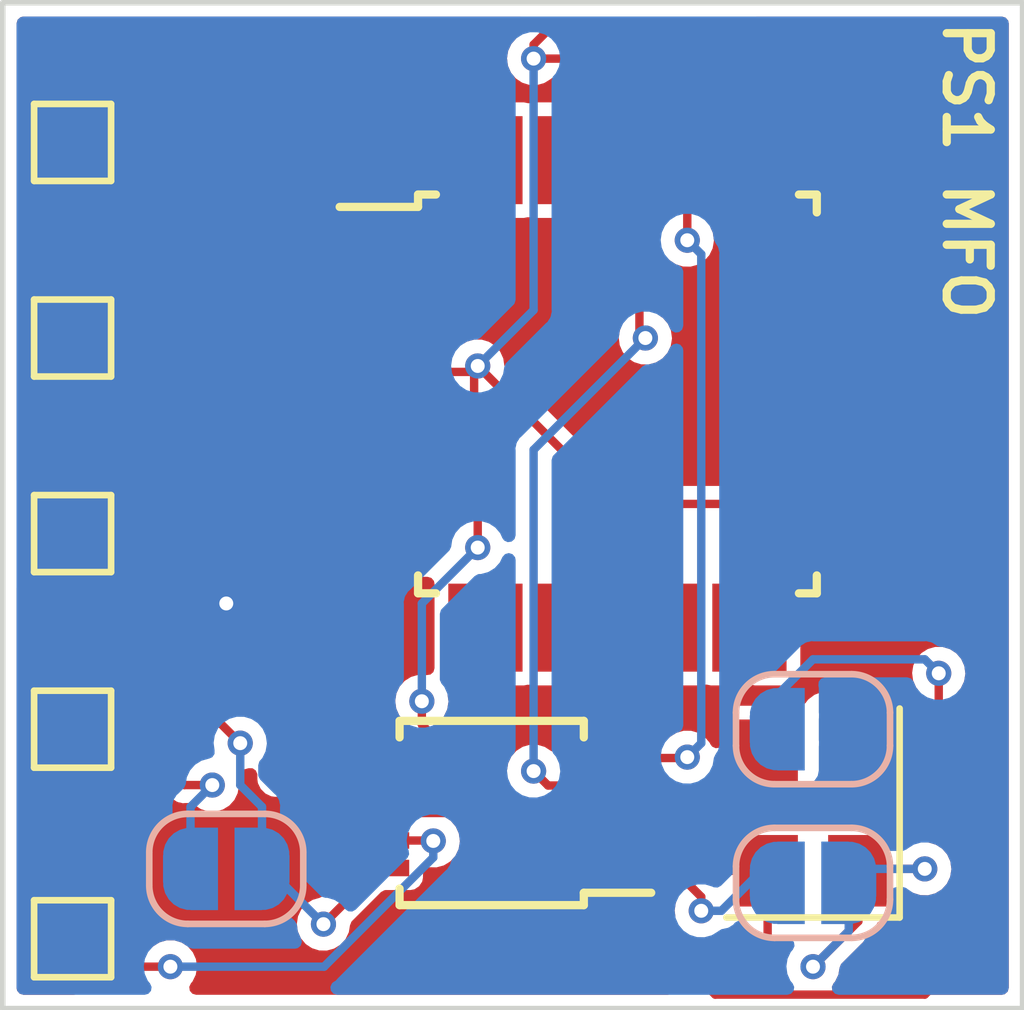
<source format=kicad_pcb>
(kicad_pcb (version 20211014) (generator pcbnew)
  (layers (0 "F.Cu" signal) (31 "B.Cu" signal) (34 "B.Paste" user) (35 "F.Paste" user) (36 "B.SilkS" user "B.Silkscreen") (37 "F.SilkS" user "F.Silkscreen") (38 "B.Mask" user) (39 "F.Mask" user) (44 "Edge.Cuts" user))
  (net 0 "")
  (net 1 "SENSE")
  (net 2 "GND")
  (net 3 "VCC")
  (net 4 "CLK_OUT")
  (net 5 "CCLK_OUT")
  (net 6 "SCL")
  (net 7 "SDA")
  (net 8 "Net-(JP1-Pad1)")
  (net 9 "SI535_CLK")
  (net 35 "Net-(JP2-Pad2)")
  (footprint "Capacitor_SMD:C_0201_0603Metric_Pad0.64x0.40mm_HandSolder" (layer "F.Cu") (at 122.936 89.154 90)
    (fp_text reference "C4" hide)
    (fp_text value "100nf" hide)
    (pad "1" smd roundrect (at -0.4075 0 90) (size 0.635 0.4) (layers "F.Cu" "F.Mask") (net 3 "VCC"))
    (pad "2" smd roundrect (at 0.4075 0 90) (size 0.635 0.4) (layers "F.Cu" "F.Mask") (net 2 "GND"))
  )
  (footprint "TestPoint:TestPoint_Pad_1.0x1.0mm" (layer "F.Cu") (at 119.126 92.71)
    (fp_text reference "H8" hide)
    (fp_text value "GND")
    (fp_line (start 0.7 -0.7) (end 0.7 0.7) (layer "F.SilkS") (width 0.12))
    (fp_line (start -0.7 0.7) (end -0.7 -0.7) (layer "F.SilkS") (width 0.12))
    (fp_line (start 0.7 0.7) (end -0.7 0.7) (layer "F.SilkS") (width 0.12))
    (fp_line (start -0.7 -0.7) (end 0.7 -0.7) (layer "F.SilkS") (width 0.12))
    (pad "1" smd rect (at 0 0) (size 1 1) (layers "F.Cu" "F.Mask") (net 2 "GND"))
  )
  (footprint "Capacitor_SMD:C_0201_0603Metric_Pad0.64x0.40mm_HandSolder" (layer "F.Cu") (at 122.936 96.52 90)
    (fp_text reference "C1" hide)
    (fp_text value "100nf" hide)
    (pad "1" smd roundrect (at -0.4075 0 90) (size 0.635 0.4) (layers "F.Cu" "F.Mask") (net 3 "VCC"))
    (pad "2" smd roundrect (at 0.4075 0 90) (size 0.635 0.4) (layers "F.Cu" "F.Mask") (net 2 "GND"))
  )
  (footprint "Resistor_SMD:R_0201_0603Metric_Pad0.64x0.40mm_HandSolder" (layer "F.Cu") (at 120.904 96.52 -90)
    (fp_text reference "R3" hide)
    (fp_text value "220r" hide)
    (pad "1" smd roundrect (at -0.4075 0 270) (size 0.635 0.4) (layers "F.Cu" "F.Mask") (net 8 "Net-(JP1-Pad1)"))
    (pad "2" smd roundrect (at 0.4075 0 270) (size 0.635 0.4) (layers "F.Cu" "F.Mask") (net 4 "CLK_OUT"))
  )
  (footprint "Resistor_SMD:R_0201_0603Metric_Pad0.64x0.40mm_HandSolder" (layer "F.Cu") (at 130.81 84.074 180)
    (fp_text reference "R2" hide)
    (fp_text value "10k" hide)
    (pad "1" smd roundrect (at -0.4075 0 180) (size 0.635 0.4) (layers "F.Cu" "F.Mask") (net 3 "VCC"))
    (pad "2" smd roundrect (at 0.4075 0 180) (size 0.635 0.4) (layers "F.Cu" "F.Mask") (net 7 "SDA"))
  )
  (footprint "Resistor_SMD:R_0201_0603Metric_Pad0.64x0.40mm_HandSolder" (layer "F.Cu") (at 128.9565 84.074)
    (fp_text reference "R1" hide)
    (fp_text value "10k" hide)
    (pad "1" smd roundrect (at -0.4075 0) (size 0.635 0.4) (layers "F.Cu" "F.Mask") (net 3 "VCC"))
    (pad "2" smd roundrect (at 0.4075 0) (size 0.635 0.4) (layers "F.Cu" "F.Mask") (net 6 "SCL"))
  )
  (footprint "TestPoint:TestPoint_Pad_1.0x1.0mm" (layer "F.Cu") (at 119.126 89.154)
    (fp_text reference "H9" hide)
    (fp_text value "VCC")
    (fp_line (start -0.7 0.7) (end -0.7 -0.7) (layer "F.SilkS") (width 0.12))
    (fp_line (start -0.7 -0.7) (end 0.7 -0.7) (layer "F.SilkS") (width 0.12))
    (fp_line (start 0.7 -0.7) (end 0.7 0.7) (layer "F.SilkS") (width 0.12))
    (fp_line (start 0.7 0.7) (end -0.7 0.7) (layer "F.SilkS") (width 0.12))
    (pad "1" smd rect (at 0 0) (size 1 1) (layers "F.Cu" "F.Mask") (net 3 "VCC"))
  )
  (footprint "TestPoint:TestPoint_Pad_1.0x1.0mm" (layer "F.Cu") (at 119.126 100.076)
    (fp_text reference "H11" hide)
    (fp_text value "CCLK")
    (fp_line (start -0.7 -0.7) (end 0.7 -0.7) (layer "F.SilkS") (width 0.12))
    (fp_line (start 0.7 -0.7) (end 0.7 0.7) (layer "F.SilkS") (width 0.12))
    (fp_line (start 0.7 0.7) (end -0.7 0.7) (layer "F.SilkS") (width 0.12))
    (fp_line (start -0.7 0.7) (end -0.7 -0.7) (layer "F.SilkS") (width 0.12))
    (pad "1" smd rect (at 0 0) (size 1 1) (layers "F.Cu" "F.Mask") (net 5 "CCLK_OUT"))
  )
  (footprint "Package_QFP:TQFP-32_7x7mm_P0.8mm" (layer "F.Cu") (at 129.032 90.17)
    (fp_text reference "U2" hide)
    (fp_text value "ATmega328-A" hide)
    (fp_line (start 3.625 -3.625) (end 3.3 -3.625) (layer "F.SilkS") (width 0.15))
    (fp_line (start -3.625 -3.625) (end -3.625 -3.4) (layer "F.SilkS") (width 0.15))
    (fp_line (start -3.625 -3.625) (end -3.3 -3.625) (layer "F.SilkS") (width 0.15))
    (fp_line (start -3.625 3.625) (end -3.625 3.3) (layer "F.SilkS") (width 0.15))
    (fp_line (start 3.625 3.625) (end 3.625 3.3) (layer "F.SilkS") (width 0.15))
    (fp_line (start 3.625 3.625) (end 3.3 3.625) (layer "F.SilkS") (width 0.15))
    (fp_line (start -3.625 -3.4) (end -5.05 -3.4) (layer "F.SilkS") (width 0.15))
    (fp_line (start 3.625 -3.625) (end 3.625 -3.3) (layer "F.SilkS") (width 0.15))
    (fp_line (start -3.625 3.625) (end -3.3 3.625) (layer "F.SilkS") (width 0.15))
    (pad "1" smd rect (at -4.25 -2.8) (size 1.6 0.55) (layers "F.Cu" "F.Paste" "F.Mask"))
    (pad "2" smd rect (at -4.25 -2) (size 1.6 0.55) (layers "F.Cu" "F.Paste" "F.Mask"))
    (pad "3" smd rect (at -4.25 -1.2) (size 1.6 0.55) (layers "F.Cu" "F.Paste" "F.Mask") (net 2 "GND"))
    (pad "4" smd rect (at -4.25 -0.4) (size 1.6 0.55) (layers "F.Cu" "F.Paste" "F.Mask") (net 3 "VCC"))
    (pad "5" smd rect (at -4.25 0.4) (size 1.6 0.55) (layers "F.Cu" "F.Paste" "F.Mask") (net 2 "GND"))
    (pad "6" smd rect (at -4.25 1.2) (size 1.6 0.55) (layers "F.Cu" "F.Paste" "F.Mask") (net 3 "VCC"))
    (pad "7" smd rect (at -4.25 2) (size 1.6 0.55) (layers "F.Cu" "F.Paste" "F.Mask"))
    (pad "8" smd rect (at -4.25 2.8) (size 1.6 0.55) (layers "F.Cu" "F.Paste" "F.Mask"))
    (pad "9" smd rect (at -2.8 4.25 90) (size 1.6 0.55) (layers "F.Cu" "F.Paste" "F.Mask"))
    (pad "10" smd rect (at -2 4.25 90) (size 1.6 0.55) (layers "F.Cu" "F.Paste" "F.Mask"))
    (pad "11" smd rect (at -1.2 4.25 90) (size 1.6 0.55) (layers "F.Cu" "F.Paste" "F.Mask"))
    (pad "12" smd rect (at -0.4 4.25 90) (size 1.6 0.55) (layers "F.Cu" "F.Paste" "F.Mask"))
    (pad "13" smd rect (at 0.4 4.25 90) (size 1.6 0.55) (layers "F.Cu" "F.Paste" "F.Mask"))
    (pad "14" smd rect (at 1.2 4.25 90) (size 1.6 0.55) (layers "F.Cu" "F.Paste" "F.Mask"))
    (pad "15" smd rect (at 2 4.25 90) (size 1.6 0.55) (layers "F.Cu" "F.Paste" "F.Mask"))
    (pad "16" smd rect (at 2.8 4.25 90) (size 1.6 0.55) (layers "F.Cu" "F.Paste" "F.Mask"))
    (pad "17" smd rect (at 4.25 2.8) (size 1.6 0.55) (layers "F.Cu" "F.Paste" "F.Mask"))
    (pad "18" smd rect (at 4.25 2) (size 1.6 0.55) (layers "F.Cu" "F.Paste" "F.Mask") (net 3 "VCC"))
    (pad "19" smd rect (at 4.25 1.2) (size 1.6 0.55) (layers "F.Cu" "F.Paste" "F.Mask"))
    (pad "20" smd rect (at 4.25 0.4) (size 1.6 0.55) (layers "F.Cu" "F.Paste" "F.Mask"))
    (pad "21" smd rect (at 4.25 -0.4) (size 1.6 0.55) (layers "F.Cu" "F.Paste" "F.Mask") (net 2 "GND"))
    (pad "22" smd rect (at 4.25 -1.2) (size 1.6 0.55) (layers "F.Cu" "F.Paste" "F.Mask"))
    (pad "23" smd rect (at 4.25 -2) (size 1.6 0.55) (layers "F.Cu" "F.Paste" "F.Mask"))
    (pad "24" smd rect (at 4.25 -2.8) (size 1.6 0.55) (layers "F.Cu" "F.Paste" "F.Mask"))
    (pad "25" smd rect (at 2.8 -4.25 90) (size 1.6 0.55) (layers "F.Cu" "F.Paste" "F.Mask"))
    (pad "26" smd rect (at 2 -4.25 90) (size 1.6 0.55) (layers "F.Cu" "F.Paste" "F.Mask"))
    (pad "27" smd rect (at 1.2 -4.25 90) (size 1.6 0.55) (layers "F.Cu" "F.Paste" "F.Mask") (net 7 "SDA"))
    (pad "28" smd rect (at 0.4 -4.25 90) (size 1.6 0.55) (layers "F.Cu" "F.Paste" "F.Mask") (net 6 "SCL"))
    (pad "29" smd rect (at -0.4 -4.25 90) (size 1.6 0.55) (layers "F.Cu" "F.Paste" "F.Mask"))
    (pad "30" smd rect (at -1.2 -4.25 90) (size 1.6 0.55) (layers "F.Cu" "F.Paste" "F.Mask"))
    (pad "31" smd rect (at -2 -4.25 90) (size 1.6 0.55) (layers "F.Cu" "F.Paste" "F.Mask"))
    (pad "32" smd rect (at -2.8 -4.25 90) (size 1.6 0.55) (layers "F.Cu" "F.Paste" "F.Mask") (net 1 "SENSE"))
  )
  (footprint "TestPoint:TestPoint_Pad_1.0x1.0mm" (layer "F.Cu") (at 119.126 96.266)
    (fp_text reference "H10" hide)
    (fp_text value "CLK")
    (fp_line (start 0.7 -0.7) (end 0.7 0.7) (layer "F.SilkS") (width 0.12))
    (fp_line (start -0.7 0.7) (end -0.7 -0.7) (layer "F.SilkS") (width 0.12))
    (fp_line (start 0.7 0.7) (end -0.7 0.7) (layer "F.SilkS") (width 0.12))
    (fp_line (start -0.7 -0.7) (end 0.7 -0.7) (layer "F.SilkS") (width 0.12))
    (pad "1" smd rect (at 0 0) (size 1 1) (layers "F.Cu" "F.Mask") (net 4 "CLK_OUT"))
  )
  (footprint "Package_SO:MSOP-10_3x3mm_P0.5mm" (layer "F.Cu") (at 126.746 97.79 180)
    (fp_text reference "U1" hide)
    (fp_text value "Si5351A-B-GT" hide)
    (fp_line (start -1.675 1.675) (end -1.675 1.375) (layer "F.SilkS") (width 0.15))
    (fp_line (start -1.675 -1.675) (end -1.675 -1.45) (layer "F.SilkS") (width 0.15))
    (fp_line (start 1.675 -1.675) (end 1.675 -1.375) (layer "F.SilkS") (width 0.15))
    (fp_line (start -1.675 -1.45) (end -2.9 -1.45) (layer "F.SilkS") (width 0.15))
    (fp_line (start -1.675 -1.675) (end 1.675 -1.675) (layer "F.SilkS") (width 0.15))
    (fp_line (start 1.675 1.675) (end 1.675 1.375) (layer "F.SilkS") (width 0.15))
    (fp_line (start -1.675 1.675) (end 1.675 1.675) (layer "F.SilkS") (width 0.15))
    (pad "1" smd rect (at -2.2 -1 180) (size 1.4 0.3) (layers "F.Cu" "F.Paste" "F.Mask") (net 3 "VCC"))
    (pad "2" smd rect (at -2.2 -0.5 180) (size 1.4 0.3) (layers "F.Cu" "F.Paste" "F.Mask") (net 9 "SI535_CLK"))
    (pad "3" smd rect (at -2.2 0 180) (size 1.4 0.3) (layers "F.Cu" "F.Paste" "F.Mask"))
    (pad "4" smd rect (at -2.2 0.5 180) (size 1.4 0.3) (layers "F.Cu" "F.Paste" "F.Mask") (net 6 "SCL"))
    (pad "5" smd rect (at -2.2 1 180) (size 1.4 0.3) (layers "F.Cu" "F.Paste" "F.Mask") (net 7 "SDA"))
    (pad "6" smd rect (at 2.2 1 180) (size 1.4 0.3) (layers "F.Cu" "F.Paste" "F.Mask"))
    (pad "7" smd rect (at 2.2 0.5 180) (size 1.4 0.3) (layers "F.Cu" "F.Paste" "F.Mask") (net 3 "VCC"))
    (pad "8" smd rect (at 2.2 0 180) (size 1.4 0.3) (layers "F.Cu" "F.Paste" "F.Mask") (net 2 "GND"))
    (pad "9" smd rect (at 2.2 -0.5 180) (size 1.4 0.3) (layers "F.Cu" "F.Paste" "F.Mask") (net 5 "CCLK_OUT"))
    (pad "10" smd rect (at 2.2 -1 180) (size 1.4 0.3) (layers "F.Cu" "F.Paste" "F.Mask") (net 8 "Net-(JP1-Pad1)"))
  )
  (footprint "TestPoint:TestPoint_Pad_1.0x1.0mm" (layer "F.Cu") (at 119.126 85.598)
    (fp_text reference "H7" hide)
    (fp_text value "SEN")
    (fp_line (start -0.7 -0.7) (end 0.7 -0.7) (layer "F.SilkS") (width 0.12))
    (fp_line (start 0.7 -0.7) (end 0.7 0.7) (layer "F.SilkS") (width 0.12))
    (fp_line (start 0.7 0.7) (end -0.7 0.7) (layer "F.SilkS") (width 0.12))
    (fp_line (start -0.7 0.7) (end -0.7 -0.7) (layer "F.SilkS") (width 0.12))
    (pad "1" smd rect (at 0 0) (size 1 1) (layers "F.Cu" "F.Mask") (net 1 "SENSE"))
  )
  (footprint "Capacitor_SMD:C_0201_0603Metric_Pad0.64x0.40mm_HandSolder" (layer "F.Cu") (at 122.936 91.0075 90)
    (fp_text reference "C3" hide)
    (fp_text value "100nf" hide)
    (pad "1" smd roundrect (at -0.4075 0 90) (size 0.635 0.4) (layers "F.Cu" "F.Mask") (net 3 "VCC"))
    (pad "2" smd roundrect (at 0.4075 0 90) (size 0.635 0.4) (layers "F.Cu" "F.Mask") (net 2 "GND"))
  )
  (footprint "Oscillator:Oscillator_SMD_Abracon_ASE-4Pin_3.2x2.5mm" (layer "F.Cu") (at 132.588 97.79 90)
    (fp_text reference "X1" hide)
    (fp_text value "ASE-25MHz" hide)
    (fp_line (start -1.9 1.575) (end 1.9 1.575) (layer "F.SilkS") (width 0.12))
    (fp_line (start -1.9 -1.575) (end -1.9 1.575) (layer "F.SilkS") (width 0.12))
    (pad "1" smd rect (at -1.05 0.825 90) (size 1.3 1.1) (layers "F.Cu" "F.Paste" "F.Mask") (net 35 "Net-(JP2-Pad2)"))
    (pad "2" smd rect (at 1.05 0.825 90) (size 1.3 1.1) (layers "F.Cu" "F.Paste" "F.Mask") (net 2 "GND"))
    (pad "3" smd rect (at 1.05 -0.825 90) (size 1.3 1.1) (layers "F.Cu" "F.Paste" "F.Mask") (net 9 "SI535_CLK"))
    (pad "4" smd rect (at -1.05 -0.825 90) (size 1.3 1.1) (layers "F.Cu" "F.Paste" "F.Mask") (net 3 "VCC"))
  )
  (footprint "Capacitor_SMD:C_0201_0603Metric_Pad0.64x0.40mm_HandSolder" (layer "F.Cu") (at 131.064 100.33 180)
    (fp_text reference "C2" hide)
    (fp_text value "100nf" hide)
    (pad "1" smd roundrect (at -0.4075 0 180) (size 0.635 0.4) (layers "F.Cu" "F.Mask") (net 3 "VCC"))
    (pad "2" smd roundrect (at 0.4075 0 180) (size 0.635 0.4) (layers "F.Cu" "F.Mask") (net 2 "GND"))
  )
  (footprint "Jumper:SolderJumper-2_P1.3mm_Open_RoundedPad1.0x1.5mm" (layer "B.Cu") (at 132.588 96.266 180)
    (fp_text reference "JP3" hide)
    (fp_text value "SolderJumper_2_Open" hide)
    (fp_line (start -1.4 -0.3) (end -1.4 0.3) (layer "B.SilkS") (width 0.12))
    (fp_line (start -0.7 1) (end 0.7 1) (layer "B.SilkS") (width 0.12))
    (fp_line (start 1.4 0.3) (end 1.4 -0.3) (layer "B.SilkS") (width 0.12))
    (fp_line (start 0.7 -1) (end -0.7 -1) (layer "B.SilkS") (width 0.12))
    (fp_arc (start -0.7 1) (mid -1.194975 0.794975) (end -1.4 0.3) (layer "B.SilkS") (width 0.12))
    (fp_arc (start -1.4 -0.3) (mid -1.194975 -0.794975) (end -0.7 -1) (layer "B.SilkS") (width 0.12))
    (fp_arc (start 0.7 -1) (mid 1.194975 -0.794975) (end 1.4 -0.3) (layer "B.SilkS") (width 0.12))
    (fp_arc (start 1.4 0.3) (mid 1.194975 0.794975) (end 0.7 1) (layer "B.SilkS") (width 0.12))
    (pad "1" smd custom (at -0.65 0 180) (size 1 0.5) (layers "B.Cu" "B.Mask") (net 2 "GND") (options (clearance outline) (anchor rect)) (primitives (gr_circle (center 0 -0.25) (end 0.5 -0.25) (width 0) (fill yes)) (gr_circle (center 0 0.25) (end 0.5 0.25) (width 0) (fill yes)) (gr_poly (pts (xy 0.5 -0.75) (xy 0 -0.75) (xy 0 0.75) (xy 0.5 0.75)) (width 0) (fill yes))))
    (pad "2" smd custom (at 0.65 0 180) (size 1 0.5) (layers "B.Cu" "B.Mask") (net 35 "Net-(JP2-Pad2)") (options (clearance outline) (anchor rect)) (primitives (gr_circle (center 0 -0.25) (end 0.5 -0.25) (width 0) (fill yes)) (gr_circle (center 0 0.25) (end 0.5 0.25) (width 0) (fill yes)) (gr_poly (pts (xy 0 -0.75) (xy -0.5 -0.75) (xy -0.5 0.75) (xy 0 0.75)) (width 0) (fill yes))))
  )
  (footprint "Jumper:SolderJumper-2_P1.3mm_Open_RoundedPad1.0x1.5mm" (layer "B.Cu") (at 132.588 99.06)
    (fp_text reference "JP2" hide)
    (fp_text value "SolderJumper_2_Open" hide)
    (fp_line (start -1.4 -0.3) (end -1.4 0.3) (layer "B.SilkS") (width 0.12))
    (fp_line (start -0.7 1) (end 0.7 1) (layer "B.SilkS") (width 0.12))
    (fp_line (start 1.4 0.3) (end 1.4 -0.3) (layer "B.SilkS") (width 0.12))
    (fp_line (start 0.7 -1) (end -0.7 -1) (layer "B.SilkS") (width 0.12))
    (fp_arc (start -0.7 1) (mid -1.194975 0.794975) (end -1.4 0.3) (layer "B.SilkS") (width 0.12))
    (fp_arc (start 0.7 -1) (mid 1.194975 -0.794975) (end 1.4 -0.3) (layer "B.SilkS") (width 0.12))
    (fp_arc (start -1.4 -0.3) (mid -1.194975 -0.794975) (end -0.7 -1) (layer "B.SilkS") (width 0.12))
    (fp_arc (start 1.4 0.3) (mid 1.194975 0.794975) (end 0.7 1) (layer "B.SilkS") (width 0.12))
    (pad "1" smd custom (at -0.65 0) (size 1 0.5) (layers "B.Cu" "B.Mask") (net 3 "VCC") (options (clearance outline) (anchor rect)) (primitives (gr_circle (center 0 -0.25) (end 0.5 -0.25) (width 0) (fill yes)) (gr_circle (center 0 0.25) (end 0.5 0.25) (width 0) (fill yes)) (gr_poly (pts (xy 0.5 -0.75) (xy 0 -0.75) (xy 0 0.75) (xy 0.5 0.75)) (width 0) (fill yes))))
    (pad "2" smd custom (at 0.65 0) (size 1 0.5) (layers "B.Cu" "B.Mask") (net 35 "Net-(JP2-Pad2)") (options (clearance outline) (anchor rect)) (primitives (gr_circle (center 0 -0.25) (end 0.5 -0.25) (width 0) (fill yes)) (gr_circle (center 0 0.25) (end 0.5 0.25) (width 0) (fill yes)) (gr_poly (pts (xy 0 -0.75) (xy -0.5 -0.75) (xy -0.5 0.75) (xy 0 0.75)) (width 0) (fill yes))))
  )
  (footprint "Jumper:SolderJumper-2_P1.3mm_Open_RoundedPad1.0x1.5mm" (layer "B.Cu") (at 121.92 98.806 180)
    (fp_text reference "JP1" hide)
    (fp_text value "SolderJumper_2_Open" hide)
    (fp_line (start -1.4 -0.3) (end -1.4 0.3) (layer "B.SilkS") (width 0.12))
    (fp_line (start -0.7 1) (end 0.7 1) (layer "B.SilkS") (width 0.12))
    (fp_line (start 1.4 0.3) (end 1.4 -0.3) (layer "B.SilkS") (width 0.12))
    (fp_line (start 0.7 -1) (end -0.7 -1) (layer "B.SilkS") (width 0.12))
    (fp_arc (start 1.4 0.3) (mid 1.194975 0.794975) (end 0.7 1) (layer "B.SilkS") (width 0.12))
    (fp_arc (start -0.7 1) (mid -1.194975 0.794975) (end -1.4 0.3) (layer "B.SilkS") (width 0.12))
    (fp_arc (start 0.7 -1) (mid 1.194975 -0.794975) (end 1.4 -0.3) (layer "B.SilkS") (width 0.12))
    (fp_arc (start -1.4 -0.3) (mid -1.194975 -0.794975) (end -0.7 -1) (layer "B.SilkS") (width 0.12))
    (pad "1" smd custom (at -0.65 0 180) (size 1 0.5) (layers "B.Cu" "B.Mask") (net 8 "Net-(JP1-Pad1)") (options (clearance outline) (anchor rect)) (primitives (gr_circle (center 0 -0.25) (end 0.5 -0.25) (width 0) (fill yes)) (gr_circle (center 0 0.25) (end 0.5 0.25) (width 0) (fill yes)) (gr_poly (pts (xy 0.5 -0.75) (xy 0 -0.75) (xy 0 0.75) (xy 0.5 0.75)) (width 0) (fill yes))))
    (pad "2" smd custom (at 0.65 0 180) (size 1 0.5) (layers "B.Cu" "B.Mask") (net 4 "CLK_OUT") (options (clearance outline) (anchor rect)) (primitives (gr_circle (center 0 -0.25) (end 0.5 -0.25) (width 0) (fill yes)) (gr_circle (center 0 0.25) (end 0.5 0.25) (width 0) (fill yes)) (gr_poly (pts (xy 0 -0.75) (xy -0.5 -0.75) (xy -0.5 0.75) (xy 0 0.75)) (width 0) (fill yes))))
  )
  (gr_line (start 117.856 101.346) (end 117.856 83.058) (layer "Edge.Cuts") (width 0.1))
  (gr_line (start 136.398 101.346) (end 117.856 101.346) (layer "Edge.Cuts") (width 0.1))
  (gr_line (start 136.398 83.058) (end 136.398 101.346) (layer "Edge.Cuts") (width 0.1))
  (gr_line (start 117.856 83.058) (end 136.398 83.058) (layer "Edge.Cuts") (width 0.1))
  (gr_text "PS1 MFO" (at 135.382 86.106 -90) (layer "F.SilkS") (effects (font (size 0.8 0.8))))
  (segment (start 119.448 85.92) (end 119.126 85.598) (width 0.1524) (layer "F.Cu") (net 1))
  (segment (start 126.232 85.92) (end 119.448 85.92) (width 0.1524) (layer "F.Cu") (net 1))
  (segment (start 135.636 100.076) (end 135.636 94.742) (width 0.1524) (layer "F.Cu") (net 2))
  (segment (start 133.096 95.504) (end 133.413 95.821) (width 0.1524) (layer "F.Cu") (net 2))
  (segment (start 130.6565 100.33) (end 130.556 100.4305) (width 0.1524) (layer "F.Cu") (net 2))
  (segment (start 124.546 97.79) (end 126.238 97.79) (width 0.1524) (layer "F.Cu") (net 2))
  (segment (start 133.35 93.98) (end 133.096 94.234) (width 0.1524) (layer "F.Cu") (net 2))
  (segment (start 134.62 101.092) (end 135.636 100.076) (width 0.1524) (layer "F.Cu") (net 2))
  (segment (start 133.413 95.821) (end 133.413 96.74) (width 0.1524) (layer "F.Cu") (net 2))
  (segment (start 126.238 97.79) (end 126.492 98.044) (width 0.1524) (layer "F.Cu") (net 2))
  (segment (start 130.81 101.092) (end 134.62 101.092) (width 0.1524) (layer "F.Cu") (net 2))
  (segment (start 135.636 94.742) (end 134.874 93.98) (width 0.1524) (layer "F.Cu") (net 2))
  (segment (start 130.556 100.4305) (end 130.556 100.838) (width 0.1524) (layer "F.Cu") (net 2))
  (segment (start 123.952 95.758) (end 123.2905 95.758) (width 0.1524) (layer "F.Cu") (net 2))
  (segment (start 130.556 100.838) (end 130.81 101.092) (width 0.1524) (layer "F.Cu") (net 2))
  (segment (start 133.096 94.234) (end 133.096 95.504) (width 0.1524) (layer "F.Cu") (net 2))
  (segment (start 123.2905 95.758) (end 122.936 96.1125) (width 0.1524) (layer "F.Cu") (net 2))
  (segment (start 134.874 93.98) (end 133.35 93.98) (width 0.1524) (layer "F.Cu") (net 2))
  (via (at 121.92 93.98) (size 0.4572) (drill 0.254) (layers "F.Cu" "B.Cu") (net 2))
  (segment (start 126.492 89.662) (end 126.384 89.77) (width 0.1524) (layer "F.Cu") (net 3))
  (segment (start 127.7802 83.5478) (end 131.0458 83.5478) (width 0.1524) (layer "F.Cu") (net 3))
  (segment (start 131.4715 100.33) (end 131.763 100.0385) (width 0.1524) (layer "F.Cu") (net 3))
  (segment (start 124.546 97.29) (end 125.4084 97.29) (width 0.1524) (layer "F.Cu") (net 3))
  (segment (start 126.492 92.964) (end 126.492 91.186) (width 0.1524) (layer "F.Cu") (net 3))
  (segment (start 122.936 91.415) (end 121.387 91.415) (width 0.1524) (layer "F.Cu") (net 3))
  (segment (start 125.476 96.1824) (end 125.476 95.758) (width 0.1524) (layer "F.Cu") (net 3))
  (segment (start 125.4084 97.29) (end 125.73 96.9684) (width 0.1524) (layer "F.Cu") (net 3))
  (segment (start 128.549 84.074) (end 127.508 84.074) (width 0.1524) (layer "F.Cu") (net 3))
  (segment (start 133.282 92.17) (end 129 92.17) (width 0.1524) (layer "F.Cu") (net 3))
  (segment (start 128.0836 98.79) (end 125.6448 96.3512) (width 0.1524) (layer "F.Cu") (net 3))
  (segment (start 124.782 91.37) (end 125.7344 91.37) (width 0.1524) (layer "F.Cu") (net 3))
  (segment (start 130.082 98.84) (end 130.556 99.314) (width 0.1524) (layer "F.Cu") (net 3))
  (segment (start 128.946 98.79) (end 128.0836 98.79) (width 0.1524) (layer "F.Cu") (net 3))
  (segment (start 130.776 98.84) (end 130.082 98.84) (width 0.1524) (layer "F.Cu") (net 3))
  (segment (start 121.387 91.415) (end 119.126 89.154) (width 0.1524) (layer "F.Cu") (net 3))
  (segment (start 129 92.17) (end 126.492 89.662) (width 0.1524) (layer "F.Cu") (net 3))
  (segment (start 127.508 83.82) (end 127.7802 83.5478) (width 0.1524) (layer "F.Cu") (net 3))
  (segment (start 128.996 98.84) (end 128.946 98.79) (width 0.1524) (layer "F.Cu") (net 3))
  (segment (start 125.7344 91.37) (end 126.2052 90.8992) (width 0.1524) (layer "F.Cu") (net 3))
  (segment (start 125.73 96.9684) (end 125.73 96.4364) (width 0.1524) (layer "F.Cu") (net 3))
  (segment (start 130.082 98.84) (end 128.996 98.84) (width 0.1524) (layer "F.Cu") (net 3))
  (segment (start 123.2985 97.29) (end 122.936 96.9275) (width 0.1524) (layer "F.Cu") (net 3))
  (segment (start 127.508 84.074) (end 127.508 83.82) (width 0.1524) (layer "F.Cu") (net 3))
  (segment (start 126.384 89.77) (end 124.782 89.77) (width 0.1524) (layer "F.Cu") (net 3))
  (segment (start 126.2052 90.8992) (end 126.4264 90.678) (width 0.1524) (layer "F.Cu") (net 3))
  (segment (start 130.556 99.314) (end 130.556 99.568) (width 0.1524) (layer "F.Cu") (net 3))
  (segment (start 124.546 97.29) (end 123.2985 97.29) (width 0.1524) (layer "F.Cu") (net 3))
  (segment (start 131.763 98.84) (end 130.776 98.84) (width 0.1524) (layer "F.Cu") (net 3))
  (segment (start 126.4264 89.7276) (end 126.492 89.662) (width 0.1524) (layer "F.Cu") (net 3))
  (segment (start 123.1445 89.77) (end 124.782 89.77) (width 0.1524) (layer "F.Cu") (net 3))
  (segment (start 124.782 91.37) (end 122.981 91.37) (width 0.1524) (layer "F.Cu") (net 3))
  (segment (start 126.492 91.186) (end 126.2052 90.8992) (width 0.1524) (layer "F.Cu") (net 3))
  (segment (start 126.4264 90.678) (end 126.4264 89.7276) (width 0.1524) (layer "F.Cu") (net 3))
  (segment (start 131.2175 83.7195) (end 131.2175 84.074) (width 0.1524) (layer "F.Cu") (net 3))
  (segment (start 122.981 91.37) (end 122.936 91.415) (width 0.1524) (layer "F.Cu") (net 3))
  (segment (start 125.6448 96.3512) (end 125.476 96.1824) (width 0.1524) (layer "F.Cu") (net 3))
  (segment (start 131.0458 83.5478) (end 131.2175 83.7195) (width 0.1524) (layer "F.Cu") (net 3))
  (segment (start 122.936 89.5615) (end 123.1445 89.77) (width 0.1524) (layer "F.Cu") (net 3))
  (segment (start 131.763 100.0385) (end 131.763 98.84) (width 0.1524) (layer "F.Cu") (net 3))
  (segment (start 125.73 96.4364) (end 125.6448 96.3512) (width 0.1524) (layer "F.Cu") (net 3))
  (via (at 126.492 89.662) (size 0.4572) (drill 0.254) (layers "F.Cu" "B.Cu") (net 3))
  (via (at 126.492 92.964) (size 0.4572) (drill 0.254) (layers "F.Cu" "B.Cu") (net 3))
  (via (at 127.508 84.074) (size 0.4572) (drill 0.254) (layers "F.Cu" "B.Cu") (net 3))
  (via (at 130.556 99.568) (size 0.4572) (drill 0.254) (layers "F.Cu" "B.Cu") (net 3))
  (via (at 125.476 95.758) (size 0.4572) (drill 0.254) (layers "F.Cu" "B.Cu") (net 3))
  (segment (start 130.922 99.568) (end 131.684 98.806) (width 0.1524) (layer "B.Cu") (net 3))
  (segment (start 125.476 93.98) (end 126.492 92.964) (width 0.1524) (layer "B.Cu") (net 3))
  (segment (start 127.508 84.074) (end 127.508 88.646) (width 0.1524) (layer "B.Cu") (net 3))
  (segment (start 127.508 88.646) (end 126.492 89.662) (width 0.1524) (layer "B.Cu") (net 3))
  (segment (start 130.556 99.568) (end 130.922 99.568) (width 0.1524) (layer "B.Cu") (net 3))
  (segment (start 125.476 95.758) (end 125.476 93.98) (width 0.1524) (layer "B.Cu") (net 3))
  (segment (start 121.158 97.282) (end 120.904 97.028) (width 0.1524) (layer "F.Cu") (net 4))
  (segment (start 120.904 97.028) (end 120.904 96.9275) (width 0.1524) (layer "F.Cu") (net 4))
  (segment (start 119.7875 96.9275) (end 119.126 96.266) (width 0.1524) (layer "F.Cu") (net 4))
  (segment (start 120.904 96.9275) (end 119.7875 96.9275) (width 0.1524) (layer "F.Cu") (net 4))
  (segment (start 121.666 97.282) (end 121.158 97.282) (width 0.1524) (layer "F.Cu") (net 4))
  (via (at 121.666 97.282) (size 0.4572) (drill 0.254) (layers "F.Cu" "B.Cu") (net 4))
  (segment (start 121.27 97.678) (end 121.666 97.282) (width 0.1524) (layer "B.Cu") (net 4))
  (segment (start 121.27 98.806) (end 121.27 97.678) (width 0.1524) (layer "B.Cu") (net 4))
  (segment (start 120.904 100.584) (end 119.38 100.584) (width 0.1524) (layer "F.Cu") (net 5))
  (segment (start 119.38 100.584) (end 119.126 100.33) (width 0.1524) (layer "F.Cu") (net 5))
  (segment (start 125.6757 98.29) (end 125.6837 98.298) (width 0.1524) (layer "F.Cu") (net 5))
  (segment (start 124.546 98.29) (end 125.6757 98.29) (width 0.1524) (layer "F.Cu") (net 5))
  (segment (start 119.126 100.33) (end 119.126 100.076) (width 0.1524) (layer "F.Cu") (net 5))
  (via (at 125.6837 98.298) (size 0.4572) (drill 0.254) (layers "F.Cu" "B.Cu") (net 5))
  (via (at 120.904 100.584) (size 0.4572) (drill 0.254) (layers "F.Cu" "B.Cu") (net 5))
  (segment (start 123.698 100.584) (end 120.904 100.584) (width 0.1524) (layer "B.Cu") (net 5))
  (segment (start 125.6837 98.298) (end 125.6837 98.5983) (width 0.1524) (layer "B.Cu") (net 5))
  (segment (start 123.698 100.584) (end 125.6837 98.5983) (width 0.1524) (layer "B.Cu") (net 5))
  (segment (start 128.946 97.29) (end 127.77 97.29) (width 0.1524) (layer "F.Cu") (net 6))
  (segment (start 129.432 84.142) (end 129.432 85.92) (width 0.1524) (layer "F.Cu") (net 6))
  (segment (start 127.77 97.29) (end 127.508 97.028) (width 0.1524) (layer "F.Cu") (net 6))
  (segment (start 129.364 84.074) (end 129.432 84.142) (width 0.1524) (layer "F.Cu") (net 6))
  (segment (start 129.432 89.046) (end 129.432 85.92) (width 0.1524) (layer "F.Cu") (net 6))
  (segment (start 129.54 89.154) (end 129.432 89.046) (width 0.1524) (layer "F.Cu") (net 6))
  (via (at 127.508 97.028) (size 0.4572) (drill 0.254) (layers "F.Cu" "B.Cu") (net 6))
  (via (at 129.54 89.154) (size 0.4572) (drill 0.254) (layers "F.Cu" "B.Cu") (net 6))
  (segment (start 127.508 97.028) (end 127.508 91.186) (width 0.1524) (layer "B.Cu") (net 6))
  (segment (start 127.508 91.186) (end 129.54 89.154) (width 0.1524) (layer "B.Cu") (net 6))
  (segment (start 128.946 96.79) (end 130.286 96.79) (width 0.1524) (layer "F.Cu") (net 7))
  (segment (start 130.286 96.79) (end 130.302 96.774) (width 0.1524) (layer "F.Cu") (net 7))
  (segment (start 130.302 87.376) (end 130.302 85.99) (width 0.1524) (layer "F.Cu") (net 7))
  (segment (start 130.4025 84.074) (end 130.232 84.2445) (width 0.1524) (layer "F.Cu") (net 7))
  (segment (start 130.302 85.99) (end 130.232 85.92) (width 0.1524) (layer "F.Cu") (net 7))
  (segment (start 130.232 84.2445) (end 130.232 85.92) (width 0.1524) (layer "F.Cu") (net 7))
  (via (at 130.302 96.774) (size 0.4572) (drill 0.254) (layers "F.Cu" "B.Cu") (net 7))
  (via (at 130.302 87.376) (size 0.4572) (drill 0.254) (layers "F.Cu" "B.Cu") (net 7))
  (segment (start 130.556 87.63) (end 130.302 87.376) (width 0.1524) (layer "B.Cu") (net 7))
  (segment (start 130.302 96.774) (end 130.556 96.52) (width 0.1524) (layer "B.Cu") (net 7))
  (segment (start 130.556 96.52) (end 130.556 87.63) (width 0.1524) (layer "B.Cu") (net 7))
  (segment (start 122.174 96.52) (end 121.7665 96.1125) (width 0.1524) (layer "F.Cu") (net 8))
  (segment (start 121.7665 96.1125) (end 120.904 96.1125) (width 0.1524) (layer "F.Cu") (net 8))
  (segment (start 124.546 98.9521) (end 123.68705 99.81105) (width 0.1524) (layer "F.Cu") (net 8))
  (segment (start 124.546 98.79) (end 124.546 98.9521) (width 0.1524) (layer "F.Cu") (net 8))
  (via (at 122.174 96.52) (size 0.4572) (drill 0.254) (layers "F.Cu" "B.Cu") (net 8))
  (via (at 123.68705 99.81105) (size 0.4572) (drill 0.254) (layers "F.Cu" "B.Cu") (net 8))
  (segment (start 122.682 98.806) (end 122.57 98.806) (width 0.1524) (layer "B.Cu") (net 8))
  (segment (start 123.68705 99.81105) (end 122.682 98.806) (width 0.1524) (layer "B.Cu") (net 8))
  (segment (start 122.57 98.806) (end 122.57 97.678) (width 0.1524) (layer "B.Cu") (net 8))
  (segment (start 122.174 97.282) (end 122.174 96.52) (width 0.1524) (layer "B.Cu") (net 8))
  (segment (start 122.57 97.678) (end 122.174 97.282) (width 0.1524) (layer "B.Cu") (net 8))
  (segment (start 128.946 98.29) (end 129.802 98.29) (width 0.1524) (layer "F.Cu") (net 9))
  (segment (start 131.352 96.74) (end 131.763 96.74) (width 0.1524) (layer "F.Cu") (net 9))
  (segment (start 129.802 98.29) (end 131.352 96.74) (width 0.1524) (layer "F.Cu") (net 9))
  (segment (start 133.413 98.84) (end 134.874 97.379) (width 0.1524) (layer "F.Cu") (net 35))
  (segment (start 134.874 97.379) (end 134.874 95.25) (width 0.1524) (layer "F.Cu") (net 35))
  (segment (start 133.413 99.759) (end 132.588 100.584) (width 0.1524) (layer "F.Cu") (net 35))
  (segment (start 134.62 98.806) (end 133.447 98.806) (width 0.1524) (layer "F.Cu") (net 35))
  (segment (start 133.447 98.806) (end 133.413 98.84) (width 0.1524) (layer "F.Cu") (net 35))
  (segment (start 133.413 98.84) (end 133.413 99.759) (width 0.1524) (layer "F.Cu") (net 35))
  (via (at 132.588 100.584) (size 0.4572) (drill 0.254) (layers "F.Cu" "B.Cu") (net 35))
  (via (at 134.62 98.806) (size 0.4572) (drill 0.254) (layers "F.Cu" "B.Cu") (net 35))
  (via (at 134.874 95.25) (size 0.4572) (drill 0.254) (layers "F.Cu" "B.Cu") (net 35))
  (segment (start 132.588 100.584) (end 133.238 99.934) (width 0.1524) (layer "B.Cu") (net 35))
  (segment (start 132.588 94.996) (end 131.938 95.646) (width 0.1524) (layer "B.Cu") (net 35))
  (segment (start 133.238 98.806) (end 134.62 98.806) (width 0.1524) (layer "B.Cu") (net 35))
  (segment (start 134.874 95.25) (end 134.62 94.996) (width 0.1524) (layer "B.Cu") (net 35))
  (segment (start 133.238 99.934) (end 133.238 99.06) (width 0.1524) (layer "B.Cu") (net 35))
  (segment (start 134.62 94.996) (end 132.588 94.996) (width 0.1524) (layer "B.Cu") (net 35))
  (segment (start 131.938 95.646) (end 131.938 96.52) (width 0.1524) (layer "B.Cu") (net 35))
  (zone (net 2) (net_name "GND") (layer "F.Cu") (connect_pads (clearance 0.25)) (min_thickness 0.254) (fill yes (thermal_gap 0.508) (thermal_bridge_width 0.508))
    (polygon (pts (xy 136.398 101.346) (xy 117.856 101.346) (xy 117.856 83.058) (xy 136.398 83.058)))
  )
  (zone (net 2) (net_name "GND") (layer "B.Cu") (connect_pads (clearance 0.25)) (min_thickness 0.254) (fill yes (thermal_gap 0.508) (thermal_bridge_width 0.508))
    (polygon (pts (xy 136.398 101.346) (xy 117.856 101.346) (xy 117.856 83.058) (xy 136.398 83.058)))
  )
)
</source>
